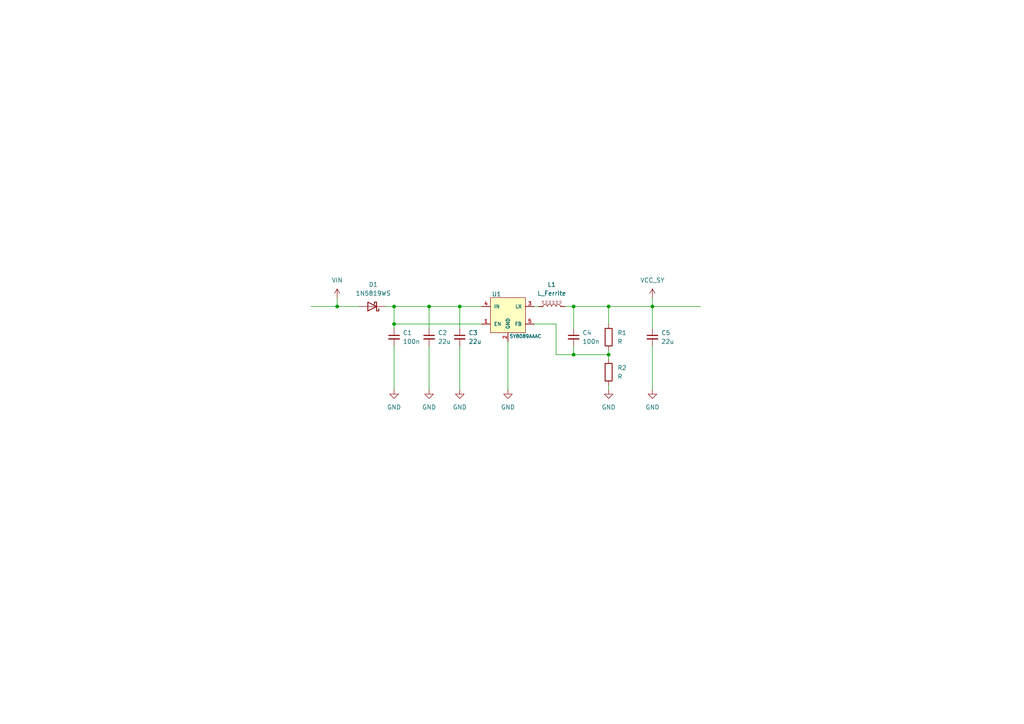
<source format=kicad_sch>
(kicad_sch (version 20231120) (generator "eeschema") (generator_version "8.0")
  (paper "A4")
  (lib_symbols
    (symbol "Device:C_Small" (pin_numbers hide) (pin_names (offset 0.254) hide)
      (property "Reference" "C" (at 0.254 1.778 0))
      (property "Value" "C_Small" (at 0.254 -2.032 0))
      (symbol "C_Small_0_1"
        (polyline (pts (xy -1.524 -0.508) (xy 1.524 -0.508)) (stroke (width 0.3302)))
        (polyline (pts (xy -1.524 0.508) (xy 1.524 0.508)) (stroke (width 0.3048)))
      )
      (symbol "C_Small_1_1"
        (pin passive line (at 0 2.54 270) (length 2.032) (name "~") (number "1"))
        (pin passive line (at 0 -2.54 90) (length 2.032) (name "~") (number "2"))
      )
    )
    (symbol "Device:L_Ferrite" (pin_numbers hide) (pin_names (offset 1.016) hide)
      (property "Reference" "L" (at -1.27 0 90))
      (property "Value" "L_Ferrite" (at 2.794 0 90))
      (symbol "L_Ferrite_0_1"
        (arc (start 0 -2.54) (mid 0.6323 -1.905) (end 0 -1.27))
        (arc (start 0 -1.27) (mid 0.6323 -0.635) (end 0 0))
        (polyline (pts (xy 1.016 -2.794) (xy 1.016 -2.286)))
        (polyline (pts (xy 1.016 -1.778) (xy 1.016 -1.27)))
        (polyline (pts (xy 1.016 -0.762) (xy 1.016 -0.254)))
        (polyline (pts (xy 1.016 0.254) (xy 1.016 0.762)))
        (polyline (pts (xy 1.016 1.27) (xy 1.016 1.778)))
        (polyline (pts (xy 1.016 2.286) (xy 1.016 2.794)))
        (polyline (pts (xy 1.524 -2.286) (xy 1.524 -2.794)))
        (polyline (pts (xy 1.524 -1.27) (xy 1.524 -1.778)))
        (polyline (pts (xy 1.524 -0.254) (xy 1.524 -0.762)))
        (polyline (pts (xy 1.524 0.762) (xy 1.524 0.254)))
        (polyline (pts (xy 1.524 1.778) (xy 1.524 1.27)))
        (polyline (pts (xy 1.524 2.794) (xy 1.524 2.286)))
        (arc (start 0 0) (mid 0.6323 0.635) (end 0 1.27))
        (arc (start 0 1.27) (mid 0.6323 1.905) (end 0 2.54))
      )
      (symbol "L_Ferrite_1_1"
        (pin passive line (at 0 3.81 270) (length 1.27) (name "1") (number "1"))
        (pin passive line (at 0 -3.81 90) (length 1.27) (name "2") (number "2"))
      )
    )
    (symbol "Device:R" (pin_numbers hide) (pin_names (offset 0))
      (property "Reference" "R" (at 2.032 0 90))
      (property "Value" "R" (at 0 0 90))
      (symbol "R_0_1"
        (rectangle (start -1.016 -2.54) (end 1.016 2.54) (stroke (width 0.254)))
      )
      (symbol "R_1_1"
        (pin passive line (at 0 3.81 270) (length 1.27) (name "~") (number "1"))
        (pin passive line (at 0 -3.81 90) (length 1.27) (name "~") (number "2"))
      )
    )
    (symbol "Diode:1N5819WS" (pin_numbers hide) (pin_names (offset 1.016) hide)
      (property "Reference" "D" (at 0 2.54 0))
      (property "Value" "1N5819WS" (at 0 -2.54 0))
      (symbol "1N5819WS_0_1"
        (polyline (pts (xy 1.27 0) (xy -1.27 0)))
        (polyline (pts (xy 1.27 1.27) (xy 1.27 -1.27) (xy -1.27 0) (xy 1.27 1.27)) (stroke (width 0.254)))
        (polyline (pts (xy -1.905 0.635) (xy -1.905 1.27) (xy -1.27 1.27) (xy -1.27 -1.27) (xy -0.635 -1.27) (xy -0.635 -0.635)) (stroke (width 0.254)))
      )
      (symbol "1N5819WS_1_1"
        (pin passive line (at -3.81 0 0) (length 2.54) (name "K") (number "1"))
        (pin passive line (at 3.81 0 180) (length 2.54) (name "A") (number "2"))
      )
    )
    (symbol "ESP32-DevKit-Lipo_Rev_C:SY8009AAAC(SOT23-5)" (pin_names (offset 1.016))
      (property "Reference" "U?" (at -4.064 6.096 0))
      (property "Value" "SY8089AAAC" (at 5.08 -6.096 0))
      (symbol "SY8009AAAC(SOT23-5)_0_1"
        (rectangle (start -5.08 5.08) (end 5.08 -5.08) (fill (type background)))
      )
      (symbol "SY8009AAAC(SOT23-5)_1_1"
        (pin input line (at -7.62 -2.54 0) (length 2.54) (name "EN") (number "1"))
        (pin power_in line (at 0 -7.62 90) (length 2.54) (name "GND") (number "2"))
        (pin output line (at 7.62 2.54 180) (length 2.54) (name "LX") (number "3"))
        (pin input line (at -7.62 2.54 0) (length 2.54) (name "IN") (number "4"))
        (pin input line (at 7.62 -2.54 180) (length 2.54) (name "FB") (number "5"))
      )
    )
    (symbol "power:GND" (power) (pin_numbers hide) (pin_names (offset 0) hide)
      (property "Value" "GND" (at 0 -3.81 0))
      (symbol "GND_0_1"
        (polyline (pts (xy 0 0) (xy 0 -1.27) (xy 1.27 -1.27) (xy 0 -2.54) (xy -1.27 -1.27) (xy 0 -1.27)))
      )
      (symbol "GND_1_1"
        (pin power_in line (at 0 0 270) (length 0) (name "~") (number "1"))
      )
    )
    (symbol "power:VCC" (power) (pin_numbers hide) (pin_names (offset 0) hide)
      (property "Value" "VCC" (at 0 3.556 0))
      (symbol "VCC_0_1"
        (polyline (pts (xy -0.762 1.27) (xy 0 2.54)))
        (polyline (pts (xy 0 0) (xy 0 2.54)))
        (polyline (pts (xy 0 2.54) (xy 0.762 1.27)))
      )
      (symbol "VCC_1_1"
        (pin power_in line (at 0 0 90) (length 0) (name "~") (number "1"))
      )
    )
  )
  (junction (at 114.3 88.9))
  (junction (at 133.35 88.9))
  (junction (at 176.53 88.9))
  (junction (at 166.37 102.87))
  (junction (at 124.46 88.9))
  (junction (at 176.53 102.87))
  (junction (at 97.79 88.9))
  (junction (at 114.3 93.98))
  (junction (at 166.37 88.9))
  (junction (at 189.23 88.9))
  (wire (pts (xy 154.94 88.9) (xy 156.21 88.9)))
  (wire (pts (xy 133.35 100.33) (xy 133.35 113.03)))
  (wire (pts (xy 176.53 88.9) (xy 189.23 88.9)))
  (wire (pts (xy 189.23 88.9) (xy 203.2 88.9)))
  (wire (pts (xy 147.32 99.06) (xy 147.32 113.03)))
  (wire (pts (xy 97.79 88.9) (xy 104.14 88.9)))
  (wire (pts (xy 166.37 102.87) (xy 161.29 102.87)))
  (wire (pts (xy 90.17 88.9) (xy 97.79 88.9)))
  (wire (pts (xy 176.53 101.6) (xy 176.53 102.87)))
  (wire (pts (xy 176.53 111.76) (xy 176.53 113.03)))
  (wire (pts (xy 114.3 93.98) (xy 139.7 93.98)))
  (wire (pts (xy 124.46 88.9) (xy 124.46 95.25)))
  (wire (pts (xy 114.3 88.9) (xy 124.46 88.9)))
  (wire (pts (xy 189.23 95.25) (xy 189.23 88.9)))
  (wire (pts (xy 111.76 88.9) (xy 114.3 88.9)))
  (wire (pts (xy 114.3 93.98) (xy 114.3 88.9)))
  (wire (pts (xy 166.37 95.25) (xy 166.37 88.9)))
  (wire (pts (xy 166.37 88.9) (xy 176.53 88.9)))
  (wire (pts (xy 189.23 86.36) (xy 189.23 88.9)))
  (wire (pts (xy 166.37 102.87) (xy 176.53 102.87)))
  (wire (pts (xy 176.53 88.9) (xy 176.53 93.98)))
  (wire (pts (xy 114.3 100.33) (xy 114.3 113.03)))
  (wire (pts (xy 189.23 100.33) (xy 189.23 113.03)))
  (wire (pts (xy 163.83 88.9) (xy 166.37 88.9)))
  (wire (pts (xy 161.29 93.98) (xy 154.94 93.98)))
  (wire (pts (xy 161.29 102.87) (xy 161.29 93.98)))
  (wire (pts (xy 97.79 86.36) (xy 97.79 88.9)))
  (wire (pts (xy 176.53 102.87) (xy 176.53 104.14)))
  (wire (pts (xy 133.35 88.9) (xy 139.7 88.9)))
  (wire (pts (xy 166.37 100.33) (xy 166.37 102.87)))
  (wire (pts (xy 133.35 88.9) (xy 133.35 95.25)))
  (wire (pts (xy 124.46 100.33) (xy 124.46 113.03)))
  (wire (pts (xy 114.3 95.25) (xy 114.3 93.98)))
  (wire (pts (xy 124.46 88.9) (xy 133.35 88.9)))
  (symbol (lib_id "Device:C_Small") (at 124.46 97.79 0) (unit 1)
    (property "Reference" "C2" (at 127 96.5262 0) (effects (justify left)))
    (property "Value" "22u" (at 127 99.0662 0) (effects (justify left)))
    (property "Description" "Unpolarized capacitor, small symbol" (effects (hide yes)))
  )
  (symbol (lib_id "Device:L_Ferrite") (at 160.02 88.9 90) (unit 1)
    (property "Reference" "L1" (at 160.02 82.55 90))
    (property "Value" "L_Ferrite" (at 160.02 85.09 90))
    (property "Description" "Inductor with ferrite core" (effects (hide yes)))
  )
  (symbol (lib_id "Device:C_Small") (at 114.3 97.79 0) (unit 1)
    (property "Reference" "C1" (at 116.84 96.5262 0) (effects (justify left)))
    (property "Value" "100n" (at 116.84 99.0662 0) (effects (justify left)))
    (property "Description" "Unpolarized capacitor, small symbol" (effects (hide yes)))
  )
  (symbol (lib_id "power:GND") (at 133.35 113.03 0) (unit 1)
    (property "Reference" "#PWR04" (effects (hide yes)))
    (property "Value" "GND" (at 133.35 118.11 0))
    (property "Description" "Power symbol creates a global label with name \"GND\" , ground" (effects (hide yes)))
  )
  (symbol (lib_id "power:VCC") (at 189.23 86.36 0) (unit 1)
    (property "Reference" "#PWR07" (effects (hide yes)))
    (property "Value" "VCC_SY" (at 189.23 81.28 0))
    (property "Description" "Power symbol creates a global label with name \"VCC\"" (effects (hide yes)))
  )
  (symbol (lib_id "power:GND") (at 147.32 113.03 0) (unit 1)
    (property "Reference" "#PWR05" (effects (hide yes)))
    (property "Value" "GND" (at 147.32 118.11 0))
    (property "Description" "Power symbol creates a global label with name \"GND\" , ground" (effects (hide yes)))
  )
  (symbol (lib_id "Device:C_Small") (at 166.37 97.79 0) (unit 1)
    (property "Reference" "C4" (at 168.91 96.5262 0) (effects (justify left)))
    (property "Value" "100n" (at 168.91 99.0662 0) (effects (justify left)))
    (property "Description" "Unpolarized capacitor, small symbol" (effects (hide yes)))
  )
  (symbol (lib_id "Device:C_Small") (at 189.23 97.79 0) (unit 1)
    (property "Reference" "C5" (at 191.77 96.5262 0) (effects (justify left)))
    (property "Value" "22u" (at 191.77 99.0662 0) (effects (justify left)))
    (property "Description" "Unpolarized capacitor, small symbol" (effects (hide yes)))
  )
  (symbol (lib_id "Diode:1N5819WS") (at 107.95 88.9 180) (unit 1)
    (property "Reference" "D1" (at 108.2675 82.55 0))
    (property "Value" "1N5819WS" (at 108.2675 85.09 0))
    (property "Footprint" "Diode_SMD:D_SOD-323" (effects (hide yes)))
    (property "Datasheet" "https://datasheet.lcsc.com/lcsc/2204281430_Guangdong-Hottech-1N5819WS_C191023.pdf" (effects (hide yes)))
    (property "Description" "40V 600mV@1A 1A SOD-323 Schottky Barrier Diodes, SOD-323" (effects (hide yes)))
  )
  (symbol (lib_id "Device:R") (at 176.53 97.79 0) (unit 1)
    (property "Reference" "R1" (at 179.07 96.5199 0) (effects (justify left)))
    (property "Value" "R" (at 179.07 99.0599 0) (effects (justify left)))
    (property "Description" "Resistor" (effects (hide yes)))
  )
  (symbol (lib_id "power:GND") (at 189.23 113.03 0) (unit 1)
    (property "Reference" "#PWR08" (effects (hide yes)))
    (property "Value" "GND" (at 189.23 118.11 0))
    (property "Description" "Power symbol creates a global label with name \"GND\" , ground" (effects (hide yes)))
  )
  (symbol (lib_id "power:GND") (at 176.53 113.03 0) (unit 1)
    (property "Reference" "#PWR06" (effects (hide yes)))
    (property "Value" "GND" (at 176.53 118.11 0))
    (property "Description" "Power symbol creates a global label with name \"GND\" , ground" (effects (hide yes)))
  )
  (symbol (lib_id "power:VCC") (at 97.79 86.36 0) (unit 1)
    (property "Reference" "#PWR01" (effects (hide yes)))
    (property "Value" "VIN" (at 97.79 81.28 0))
    (property "Description" "Power symbol creates a global label with name \"VCC\"" (effects (hide yes)))
  )
  (symbol (lib_id "ESP32-DevKit-Lipo_Rev_C:SY8009AAAC(SOT23-5)") (at 147.32 91.44 0) (unit 1)
    (property "Reference" "U1" (at 144.018 85.344 0))
    (property "Value" "SY8089AAAC" (at 152.4 97.536 0) (effects (font (size 0.9906 0.9906))))
  )
  (symbol (lib_id "power:GND") (at 114.3 113.03 0) (unit 1)
    (property "Reference" "#PWR02" (effects (hide yes)))
    (property "Value" "GND" (at 114.3 118.11 0))
    (property "Description" "Power symbol creates a global label with name \"GND\" , ground" (effects (hide yes)))
  )
  (symbol (lib_id "Device:C_Small") (at 133.35 97.79 0) (unit 1)
    (property "Reference" "C3" (at 135.89 96.5262 0) (effects (justify left)))
    (property "Value" "22u" (at 135.89 99.0662 0) (effects (justify left)))
    (property "Description" "Unpolarized capacitor, small symbol" (effects (hide yes)))
  )
  (symbol (lib_id "Device:R") (at 176.53 107.95 0) (unit 1)
    (property "Reference" "R2" (at 179.07 106.6799 0) (effects (justify left)))
    (property "Value" "R" (at 179.07 109.2199 0) (effects (justify left)))
    (property "Description" "Resistor" (effects (hide yes)))
  )
  (symbol (lib_id "power:GND") (at 124.46 113.03 0) (unit 1)
    (property "Reference" "#PWR03" (effects (hide yes)))
    (property "Value" "GND" (at 124.46 118.11 0))
    (property "Description" "Power symbol creates a global label with name \"GND\" , ground" (effects (hide yes)))
  )
)
</source>
